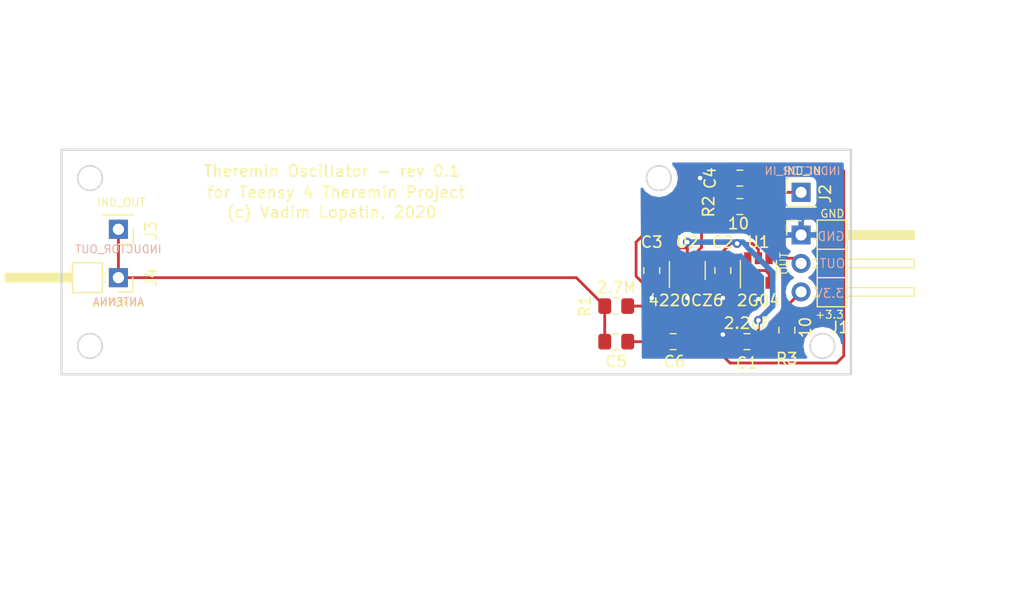
<source format=kicad_pcb>
(kicad_pcb (version 20171130) (host pcbnew "(5.0.2)-1")

  (general
    (thickness 1.6)
    (drawings 27)
    (tracks 109)
    (zones 0)
    (modules 15)
    (nets 12)
  )

  (page A4)
  (title_block
    (title "Theremin Oscillator")
    (date 2020-02-18)
    (rev v0.1)
    (comment 1 "Teensy 4 Theremin Project")
    (comment 2 "(c) Vadim Lopatin 2020")
  )

  (layers
    (0 F.Cu signal)
    (31 B.Cu signal)
    (32 B.Adhes user)
    (33 F.Adhes user)
    (34 B.Paste user)
    (35 F.Paste user)
    (36 B.SilkS user)
    (37 F.SilkS user)
    (38 B.Mask user)
    (39 F.Mask user)
    (40 Dwgs.User user)
    (41 Cmts.User user)
    (42 Eco1.User user)
    (43 Eco2.User user)
    (44 Edge.Cuts user)
    (45 Margin user)
    (46 B.CrtYd user)
    (47 F.CrtYd user)
    (48 B.Fab user hide)
    (49 F.Fab user hide)
  )

  (setup
    (last_trace_width 0.25)
    (trace_clearance 0.2)
    (zone_clearance 0.508)
    (zone_45_only no)
    (trace_min 0.2)
    (segment_width 0.2)
    (edge_width 0.15)
    (via_size 0.8)
    (via_drill 0.4)
    (via_min_size 0.4)
    (via_min_drill 0.3)
    (uvia_size 0.3)
    (uvia_drill 0.1)
    (uvias_allowed no)
    (uvia_min_size 0.2)
    (uvia_min_drill 0.1)
    (pcb_text_width 0.3)
    (pcb_text_size 1.5 1.5)
    (mod_edge_width 0.15)
    (mod_text_size 1 1)
    (mod_text_width 0.15)
    (pad_size 1.524 1.524)
    (pad_drill 0.762)
    (pad_to_mask_clearance 0.051)
    (solder_mask_min_width 0.25)
    (aux_axis_origin 0 0)
    (visible_elements 7FFFFFFF)
    (pcbplotparams
      (layerselection 0x010fc_ffffffff)
      (usegerberextensions true)
      (usegerberattributes false)
      (usegerberadvancedattributes false)
      (creategerberjobfile false)
      (excludeedgelayer true)
      (linewidth 0.100000)
      (plotframeref false)
      (viasonmask false)
      (mode 1)
      (useauxorigin false)
      (hpglpennumber 1)
      (hpglpenspeed 20)
      (hpglpendiameter 15.000000)
      (psnegative false)
      (psa4output false)
      (plotreference true)
      (plotvalue true)
      (plotinvisibletext false)
      (padsonsilk false)
      (subtractmaskfromsilk false)
      (outputformat 1)
      (mirror false)
      (drillshape 0)
      (scaleselection 1)
      (outputdirectory "gerber/"))
  )

  (net 0 "")
  (net 1 +3V3)
  (net 2 GND)
  (net 3 "Net-(U2-Pad3)")
  (net 4 "Net-(U2-Pad6)")
  (net 5 "Net-(C5-Pad2)")
  (net 6 "Net-(C4-Pad2)")
  (net 7 "Net-(R1-Pad1)")
  (net 8 "Net-(R2-Pad2)")
  (net 9 "Net-(C5-Pad1)")
  (net 10 /3.3V)
  (net 11 /OSC_OUT)

  (net_class Default "This is the default net class."
    (clearance 0.2)
    (trace_width 0.25)
    (via_dia 0.8)
    (via_drill 0.4)
    (uvia_dia 0.3)
    (uvia_drill 0.1)
    (add_net +3V3)
    (add_net /3.3V)
    (add_net /OSC_OUT)
    (add_net GND)
    (add_net "Net-(C4-Pad2)")
    (add_net "Net-(C5-Pad1)")
    (add_net "Net-(C5-Pad2)")
    (add_net "Net-(R1-Pad1)")
    (add_net "Net-(R2-Pad2)")
    (add_net "Net-(U2-Pad3)")
    (add_net "Net-(U2-Pad6)")
  )

  (module Connector_PinHeader_2.54mm:PinHeader_1x01_P2.54mm_Vertical (layer F.Cu) (tedit 59FED5CC) (tstamp 5E4D8783)
    (at 86.36 101.092 180)
    (descr "Through hole straight pin header, 1x01, 2.54mm pitch, single row")
    (tags "Through hole pin header THT 1x01 2.54mm single row")
    (path /5D9FD952)
    (fp_text reference J3 (at -2.921 -0.127 270) (layer F.SilkS)
      (effects (font (size 1 1) (thickness 0.15)))
    )
    (fp_text value INDUCTOR_OUT (at 0 2.33 180) (layer F.Fab)
      (effects (font (size 1 1) (thickness 0.15)))
    )
    (fp_text user %R (at 0 0 270) (layer F.Fab)
      (effects (font (size 1 1) (thickness 0.15)))
    )
    (fp_line (start 1.8 -1.8) (end -1.8 -1.8) (layer F.CrtYd) (width 0.05))
    (fp_line (start 1.8 1.8) (end 1.8 -1.8) (layer F.CrtYd) (width 0.05))
    (fp_line (start -1.8 1.8) (end 1.8 1.8) (layer F.CrtYd) (width 0.05))
    (fp_line (start -1.8 -1.8) (end -1.8 1.8) (layer F.CrtYd) (width 0.05))
    (fp_line (start -1.33 -1.33) (end 0 -1.33) (layer F.SilkS) (width 0.12))
    (fp_line (start -1.33 0) (end -1.33 -1.33) (layer F.SilkS) (width 0.12))
    (fp_line (start -1.33 1.27) (end 1.33 1.27) (layer F.SilkS) (width 0.12))
    (fp_line (start 1.33 1.27) (end 1.33 1.33) (layer F.SilkS) (width 0.12))
    (fp_line (start -1.33 1.27) (end -1.33 1.33) (layer F.SilkS) (width 0.12))
    (fp_line (start -1.33 1.33) (end 1.33 1.33) (layer F.SilkS) (width 0.12))
    (fp_line (start -1.27 -0.635) (end -0.635 -1.27) (layer F.Fab) (width 0.1))
    (fp_line (start -1.27 1.27) (end -1.27 -0.635) (layer F.Fab) (width 0.1))
    (fp_line (start 1.27 1.27) (end -1.27 1.27) (layer F.Fab) (width 0.1))
    (fp_line (start 1.27 -1.27) (end 1.27 1.27) (layer F.Fab) (width 0.1))
    (fp_line (start -0.635 -1.27) (end 1.27 -1.27) (layer F.Fab) (width 0.1))
    (pad 1 thru_hole rect (at 0 0 180) (size 1.7 1.7) (drill 1) (layers *.Cu *.Mask)
      (net 5 "Net-(C5-Pad2)"))
    (model ${KISYS3DMOD}/Connector_PinHeader_2.54mm.3dshapes/PinHeader_1x01_P2.54mm_Vertical.wrl
      (at (xyz 0 0 0))
      (scale (xyz 1 1 1))
      (rotate (xyz 0 0 0))
    )
  )

  (module Connector_PinHeader_2.54mm:PinHeader_1x01_P2.54mm_Vertical (layer F.Cu) (tedit 59FED5CC) (tstamp 5E4D876F)
    (at 147.32 97.79)
    (descr "Through hole straight pin header, 1x01, 2.54mm pitch, single row")
    (tags "Through hole pin header THT 1x01 2.54mm single row")
    (path /5D9FD8BA)
    (fp_text reference J2 (at 2.159 0.127 90) (layer F.SilkS)
      (effects (font (size 1 1) (thickness 0.15)))
    )
    (fp_text value INDUCTOR_IN (at 0 2.33) (layer F.Fab)
      (effects (font (size 1 1) (thickness 0.15)))
    )
    (fp_line (start -0.635 -1.27) (end 1.27 -1.27) (layer F.Fab) (width 0.1))
    (fp_line (start 1.27 -1.27) (end 1.27 1.27) (layer F.Fab) (width 0.1))
    (fp_line (start 1.27 1.27) (end -1.27 1.27) (layer F.Fab) (width 0.1))
    (fp_line (start -1.27 1.27) (end -1.27 -0.635) (layer F.Fab) (width 0.1))
    (fp_line (start -1.27 -0.635) (end -0.635 -1.27) (layer F.Fab) (width 0.1))
    (fp_line (start -1.33 1.33) (end 1.33 1.33) (layer F.SilkS) (width 0.12))
    (fp_line (start -1.33 1.27) (end -1.33 1.33) (layer F.SilkS) (width 0.12))
    (fp_line (start 1.33 1.27) (end 1.33 1.33) (layer F.SilkS) (width 0.12))
    (fp_line (start -1.33 1.27) (end 1.33 1.27) (layer F.SilkS) (width 0.12))
    (fp_line (start -1.33 0) (end -1.33 -1.33) (layer F.SilkS) (width 0.12))
    (fp_line (start -1.33 -1.33) (end 0 -1.33) (layer F.SilkS) (width 0.12))
    (fp_line (start -1.8 -1.8) (end -1.8 1.8) (layer F.CrtYd) (width 0.05))
    (fp_line (start -1.8 1.8) (end 1.8 1.8) (layer F.CrtYd) (width 0.05))
    (fp_line (start 1.8 1.8) (end 1.8 -1.8) (layer F.CrtYd) (width 0.05))
    (fp_line (start 1.8 -1.8) (end -1.8 -1.8) (layer F.CrtYd) (width 0.05))
    (fp_text user %R (at 0 0 90) (layer F.Fab)
      (effects (font (size 1 1) (thickness 0.15)))
    )
    (pad 1 thru_hole rect (at 0 0) (size 1.7 1.7) (drill 1) (layers *.Cu *.Mask)
      (net 6 "Net-(C4-Pad2)"))
    (model ${KISYS3DMOD}/Connector_PinHeader_2.54mm.3dshapes/PinHeader_1x01_P2.54mm_Vertical.wrl
      (at (xyz 0 0 0))
      (scale (xyz 1 1 1))
      (rotate (xyz 0 0 0))
    )
  )

  (module Capacitor_SMD:C_0805_2012Metric_Pad1.15x1.40mm_HandSolder (layer F.Cu) (tedit 5E4BB6AB) (tstamp 5E4D7339)
    (at 135.89 111.125 180)
    (descr "Capacitor SMD 0805 (2012 Metric), square (rectangular) end terminal, IPC_7351 nominal with elongated pad for handsoldering. (Body size source: https://docs.google.com/spreadsheets/d/1BsfQQcO9C6DZCsRaXUlFlo91Tg2WpOkGARC1WS5S8t0/edit?usp=sharing), generated with kicad-footprint-generator")
    (tags "capacitor handsolder")
    (path /5E4E4E40)
    (attr smd)
    (fp_text reference C6 (at -0.127 -1.778 180) (layer F.SilkS)
      (effects (font (size 1 1) (thickness 0.15)))
    )
    (fp_text value 3.3pF (at 0 1.65 180) (layer F.Fab)
      (effects (font (size 1 1) (thickness 0.15)))
    )
    (fp_text user %R (at 0 0 180) (layer F.Fab)
      (effects (font (size 0.5 0.5) (thickness 0.08)))
    )
    (fp_line (start 1.85 0.95) (end -1.85 0.95) (layer F.CrtYd) (width 0.05))
    (fp_line (start 1.85 -0.95) (end 1.85 0.95) (layer F.CrtYd) (width 0.05))
    (fp_line (start -1.85 -0.95) (end 1.85 -0.95) (layer F.CrtYd) (width 0.05))
    (fp_line (start -1.85 0.95) (end -1.85 -0.95) (layer F.CrtYd) (width 0.05))
    (fp_line (start -0.261252 0.71) (end 0.261252 0.71) (layer F.SilkS) (width 0.12))
    (fp_line (start -0.261252 -0.71) (end 0.261252 -0.71) (layer F.SilkS) (width 0.12))
    (fp_line (start 1 0.6) (end -1 0.6) (layer F.Fab) (width 0.1))
    (fp_line (start 1 -0.6) (end 1 0.6) (layer F.Fab) (width 0.1))
    (fp_line (start -1 -0.6) (end 1 -0.6) (layer F.Fab) (width 0.1))
    (fp_line (start -1 0.6) (end -1 -0.6) (layer F.Fab) (width 0.1))
    (pad 2 smd roundrect (at 1.025 0 180) (size 1.15 1.4) (layers F.Cu F.Paste F.Mask) (roundrect_rratio 0.217391)
      (net 9 "Net-(C5-Pad1)"))
    (pad 1 smd roundrect (at -1.025 0 180) (size 1.15 1.4) (layers F.Cu F.Paste F.Mask) (roundrect_rratio 0.217391)
      (net 2 GND))
    (model ${KISYS3DMOD}/Capacitor_SMD.3dshapes/C_0805_2012Metric.wrl
      (at (xyz 0 0 0))
      (scale (xyz 1 1 1))
      (rotate (xyz 0 0 0))
    )
  )

  (module Capacitor_SMD:C_0805_2012Metric_Pad1.15x1.40mm_HandSolder (layer F.Cu) (tedit 5E4BB6A4) (tstamp 5E4D7328)
    (at 130.81 111.125 180)
    (descr "Capacitor SMD 0805 (2012 Metric), square (rectangular) end terminal, IPC_7351 nominal with elongated pad for handsoldering. (Body size source: https://docs.google.com/spreadsheets/d/1BsfQQcO9C6DZCsRaXUlFlo91Tg2WpOkGARC1WS5S8t0/edit?usp=sharing), generated with kicad-footprint-generator")
    (tags "capacitor handsolder")
    (path /5E4E4D9C)
    (attr smd)
    (fp_text reference C5 (at 0 -1.778 180) (layer F.SilkS)
      (effects (font (size 1 1) (thickness 0.15)))
    )
    (fp_text value 3.3pF (at -0.254 1.524 180) (layer F.Fab)
      (effects (font (size 1 1) (thickness 0.15)))
    )
    (fp_line (start -1 0.6) (end -1 -0.6) (layer F.Fab) (width 0.1))
    (fp_line (start -1 -0.6) (end 1 -0.6) (layer F.Fab) (width 0.1))
    (fp_line (start 1 -0.6) (end 1 0.6) (layer F.Fab) (width 0.1))
    (fp_line (start 1 0.6) (end -1 0.6) (layer F.Fab) (width 0.1))
    (fp_line (start -0.261252 -0.71) (end 0.261252 -0.71) (layer F.SilkS) (width 0.12))
    (fp_line (start -0.261252 0.71) (end 0.261252 0.71) (layer F.SilkS) (width 0.12))
    (fp_line (start -1.85 0.95) (end -1.85 -0.95) (layer F.CrtYd) (width 0.05))
    (fp_line (start -1.85 -0.95) (end 1.85 -0.95) (layer F.CrtYd) (width 0.05))
    (fp_line (start 1.85 -0.95) (end 1.85 0.95) (layer F.CrtYd) (width 0.05))
    (fp_line (start 1.85 0.95) (end -1.85 0.95) (layer F.CrtYd) (width 0.05))
    (fp_text user %R (at 0 0 180) (layer F.Fab)
      (effects (font (size 0.5 0.5) (thickness 0.08)))
    )
    (pad 1 smd roundrect (at -1.025 0 180) (size 1.15 1.4) (layers F.Cu F.Paste F.Mask) (roundrect_rratio 0.217391)
      (net 9 "Net-(C5-Pad1)"))
    (pad 2 smd roundrect (at 1.025 0 180) (size 1.15 1.4) (layers F.Cu F.Paste F.Mask) (roundrect_rratio 0.217391)
      (net 5 "Net-(C5-Pad2)"))
    (model ${KISYS3DMOD}/Capacitor_SMD.3dshapes/C_0805_2012Metric.wrl
      (at (xyz 0 0 0))
      (scale (xyz 1 1 1))
      (rotate (xyz 0 0 0))
    )
  )

  (module Capacitor_SMD:C_0805_2012Metric_Pad1.15x1.40mm_HandSolder (layer F.Cu) (tedit 5E4BBD66) (tstamp 5E4D7317)
    (at 141.85 96.52)
    (descr "Capacitor SMD 0805 (2012 Metric), square (rectangular) end terminal, IPC_7351 nominal with elongated pad for handsoldering. (Body size source: https://docs.google.com/spreadsheets/d/1BsfQQcO9C6DZCsRaXUlFlo91Tg2WpOkGARC1WS5S8t0/edit?usp=sharing), generated with kicad-footprint-generator")
    (tags "capacitor handsolder")
    (path /5E4E7803)
    (attr smd)
    (fp_text reference C4 (at -2.658 0 90) (layer F.SilkS)
      (effects (font (size 1 1) (thickness 0.15)))
    )
    (fp_text value 3.3pF (at 0.136 -1.651) (layer F.Fab)
      (effects (font (size 1 1) (thickness 0.15)))
    )
    (fp_text user %R (at 0 0) (layer F.Fab)
      (effects (font (size 0.5 0.5) (thickness 0.08)))
    )
    (fp_line (start 1.85 0.95) (end -1.85 0.95) (layer F.CrtYd) (width 0.05))
    (fp_line (start 1.85 -0.95) (end 1.85 0.95) (layer F.CrtYd) (width 0.05))
    (fp_line (start -1.85 -0.95) (end 1.85 -0.95) (layer F.CrtYd) (width 0.05))
    (fp_line (start -1.85 0.95) (end -1.85 -0.95) (layer F.CrtYd) (width 0.05))
    (fp_line (start -0.261252 0.71) (end 0.261252 0.71) (layer F.SilkS) (width 0.12))
    (fp_line (start -0.261252 -0.71) (end 0.261252 -0.71) (layer F.SilkS) (width 0.12))
    (fp_line (start 1 0.6) (end -1 0.6) (layer F.Fab) (width 0.1))
    (fp_line (start 1 -0.6) (end 1 0.6) (layer F.Fab) (width 0.1))
    (fp_line (start -1 -0.6) (end 1 -0.6) (layer F.Fab) (width 0.1))
    (fp_line (start -1 0.6) (end -1 -0.6) (layer F.Fab) (width 0.1))
    (pad 2 smd roundrect (at 1.025 0) (size 1.15 1.4) (layers F.Cu F.Paste F.Mask) (roundrect_rratio 0.217391)
      (net 6 "Net-(C4-Pad2)"))
    (pad 1 smd roundrect (at -1.025 0) (size 1.15 1.4) (layers F.Cu F.Paste F.Mask) (roundrect_rratio 0.217391)
      (net 2 GND))
    (model ${KISYS3DMOD}/Capacitor_SMD.3dshapes/C_0805_2012Metric.wrl
      (at (xyz 0 0 0))
      (scale (xyz 1 1 1))
      (rotate (xyz 0 0 0))
    )
  )

  (module Capacitor_SMD:C_0805_2012Metric_Pad1.15x1.40mm_HandSolder (layer F.Cu) (tedit 5E4BBD80) (tstamp 5E4D7306)
    (at 133.985 104.775 270)
    (descr "Capacitor SMD 0805 (2012 Metric), square (rectangular) end terminal, IPC_7351 nominal with elongated pad for handsoldering. (Body size source: https://docs.google.com/spreadsheets/d/1BsfQQcO9C6DZCsRaXUlFlo91Tg2WpOkGARC1WS5S8t0/edit?usp=sharing), generated with kicad-footprint-generator")
    (tags "capacitor handsolder")
    (path /5DF1ED56)
    (attr smd)
    (fp_text reference C3 (at -2.54 0) (layer F.SilkS)
      (effects (font (size 1 1) (thickness 0.15)))
    )
    (fp_text value 0.22uF (at -4.064 0.127) (layer F.Fab)
      (effects (font (size 1 1) (thickness 0.15)))
    )
    (fp_line (start -1 0.6) (end -1 -0.6) (layer F.Fab) (width 0.1))
    (fp_line (start -1 -0.6) (end 1 -0.6) (layer F.Fab) (width 0.1))
    (fp_line (start 1 -0.6) (end 1 0.6) (layer F.Fab) (width 0.1))
    (fp_line (start 1 0.6) (end -1 0.6) (layer F.Fab) (width 0.1))
    (fp_line (start -0.261252 -0.71) (end 0.261252 -0.71) (layer F.SilkS) (width 0.12))
    (fp_line (start -0.261252 0.71) (end 0.261252 0.71) (layer F.SilkS) (width 0.12))
    (fp_line (start -1.85 0.95) (end -1.85 -0.95) (layer F.CrtYd) (width 0.05))
    (fp_line (start -1.85 -0.95) (end 1.85 -0.95) (layer F.CrtYd) (width 0.05))
    (fp_line (start 1.85 -0.95) (end 1.85 0.95) (layer F.CrtYd) (width 0.05))
    (fp_line (start 1.85 0.95) (end -1.85 0.95) (layer F.CrtYd) (width 0.05))
    (fp_text user %R (at 0 0 270) (layer F.Fab)
      (effects (font (size 0.5 0.5) (thickness 0.08)))
    )
    (pad 1 smd roundrect (at -1.025 0 270) (size 1.15 1.4) (layers F.Cu F.Paste F.Mask) (roundrect_rratio 0.217391)
      (net 1 +3V3))
    (pad 2 smd roundrect (at 1.025 0 270) (size 1.15 1.4) (layers F.Cu F.Paste F.Mask) (roundrect_rratio 0.217391)
      (net 2 GND))
    (model ${KISYS3DMOD}/Capacitor_SMD.3dshapes/C_0805_2012Metric.wrl
      (at (xyz 0 0 0))
      (scale (xyz 1 1 1))
      (rotate (xyz 0 0 0))
    )
  )

  (module Capacitor_SMD:C_0805_2012Metric_Pad1.15x1.40mm_HandSolder (layer F.Cu) (tedit 5B36C52B) (tstamp 5E4D72F5)
    (at 140.335 104.775 270)
    (descr "Capacitor SMD 0805 (2012 Metric), square (rectangular) end terminal, IPC_7351 nominal with elongated pad for handsoldering. (Body size source: https://docs.google.com/spreadsheets/d/1BsfQQcO9C6DZCsRaXUlFlo91Tg2WpOkGARC1WS5S8t0/edit?usp=sharing), generated with kicad-footprint-generator")
    (tags "capacitor handsolder")
    (path /5E525E56)
    (attr smd)
    (fp_text reference C2 (at -2.54 0) (layer F.SilkS)
      (effects (font (size 1 1) (thickness 0.15)))
    )
    (fp_text value 0.1uF (at 0 1.65 270) (layer F.Fab)
      (effects (font (size 1 1) (thickness 0.15)))
    )
    (fp_text user %R (at 0 0 270) (layer F.Fab)
      (effects (font (size 0.5 0.5) (thickness 0.08)))
    )
    (fp_line (start 1.85 0.95) (end -1.85 0.95) (layer F.CrtYd) (width 0.05))
    (fp_line (start 1.85 -0.95) (end 1.85 0.95) (layer F.CrtYd) (width 0.05))
    (fp_line (start -1.85 -0.95) (end 1.85 -0.95) (layer F.CrtYd) (width 0.05))
    (fp_line (start -1.85 0.95) (end -1.85 -0.95) (layer F.CrtYd) (width 0.05))
    (fp_line (start -0.261252 0.71) (end 0.261252 0.71) (layer F.SilkS) (width 0.12))
    (fp_line (start -0.261252 -0.71) (end 0.261252 -0.71) (layer F.SilkS) (width 0.12))
    (fp_line (start 1 0.6) (end -1 0.6) (layer F.Fab) (width 0.1))
    (fp_line (start 1 -0.6) (end 1 0.6) (layer F.Fab) (width 0.1))
    (fp_line (start -1 -0.6) (end 1 -0.6) (layer F.Fab) (width 0.1))
    (fp_line (start -1 0.6) (end -1 -0.6) (layer F.Fab) (width 0.1))
    (pad 2 smd roundrect (at 1.025 0 270) (size 1.15 1.4) (layers F.Cu F.Paste F.Mask) (roundrect_rratio 0.217391)
      (net 2 GND))
    (pad 1 smd roundrect (at -1.025 0 270) (size 1.15 1.4) (layers F.Cu F.Paste F.Mask) (roundrect_rratio 0.217391)
      (net 1 +3V3))
    (model ${KISYS3DMOD}/Capacitor_SMD.3dshapes/C_0805_2012Metric.wrl
      (at (xyz 0 0 0))
      (scale (xyz 1 1 1))
      (rotate (xyz 0 0 0))
    )
  )

  (module Capacitor_SMD:C_0805_2012Metric_Pad1.15x1.40mm_HandSolder (layer F.Cu) (tedit 5E4BB5FC) (tstamp 5E4D72E4)
    (at 142.485 111.125 180)
    (descr "Capacitor SMD 0805 (2012 Metric), square (rectangular) end terminal, IPC_7351 nominal with elongated pad for handsoldering. (Body size source: https://docs.google.com/spreadsheets/d/1BsfQQcO9C6DZCsRaXUlFlo91Tg2WpOkGARC1WS5S8t0/edit?usp=sharing), generated with kicad-footprint-generator")
    (tags "capacitor handsolder")
    (path /5E52446B)
    (attr smd)
    (fp_text reference C1 (at 0 -1.905 180) (layer F.SilkS)
      (effects (font (size 1 1) (thickness 0.15)))
    )
    (fp_text value 2.2uF (at 0 1.65 180) (layer F.SilkS)
      (effects (font (size 1 1) (thickness 0.15)))
    )
    (fp_line (start -1 0.6) (end -1 -0.6) (layer F.Fab) (width 0.1))
    (fp_line (start -1 -0.6) (end 1 -0.6) (layer F.Fab) (width 0.1))
    (fp_line (start 1 -0.6) (end 1 0.6) (layer F.Fab) (width 0.1))
    (fp_line (start 1 0.6) (end -1 0.6) (layer F.Fab) (width 0.1))
    (fp_line (start -0.261252 -0.71) (end 0.261252 -0.71) (layer F.SilkS) (width 0.12))
    (fp_line (start -0.261252 0.71) (end 0.261252 0.71) (layer F.SilkS) (width 0.12))
    (fp_line (start -1.85 0.95) (end -1.85 -0.95) (layer F.CrtYd) (width 0.05))
    (fp_line (start -1.85 -0.95) (end 1.85 -0.95) (layer F.CrtYd) (width 0.05))
    (fp_line (start 1.85 -0.95) (end 1.85 0.95) (layer F.CrtYd) (width 0.05))
    (fp_line (start 1.85 0.95) (end -1.85 0.95) (layer F.CrtYd) (width 0.05))
    (fp_text user %R (at 0 0 180) (layer F.Fab)
      (effects (font (size 0.5 0.5) (thickness 0.08)))
    )
    (pad 1 smd roundrect (at -1.025 0 180) (size 1.15 1.4) (layers F.Cu F.Paste F.Mask) (roundrect_rratio 0.217391)
      (net 1 +3V3))
    (pad 2 smd roundrect (at 1.025 0 180) (size 1.15 1.4) (layers F.Cu F.Paste F.Mask) (roundrect_rratio 0.217391)
      (net 2 GND))
    (model ${KISYS3DMOD}/Capacitor_SMD.3dshapes/C_0805_2012Metric.wrl
      (at (xyz 0 0 0))
      (scale (xyz 1 1 1))
      (rotate (xyz 0 0 0))
    )
  )

  (module Connector_PinHeader_2.54mm:PinHeader_1x01_P2.54mm_Horizontal (layer F.Cu) (tedit 59FED5CB) (tstamp 5E4D72AF)
    (at 86.36 105.41 180)
    (descr "Through hole angled pin header, 1x01, 2.54mm pitch, 6mm pin length, single row")
    (tags "Through hole angled pin header THT 1x01 2.54mm single row")
    (path /5D9FD990)
    (fp_text reference J4 (at -2.921 0 270) (layer F.SilkS)
      (effects (font (size 1 1) (thickness 0.15)))
    )
    (fp_text value ANTENNA (at 4.385 2.27 180) (layer F.Fab)
      (effects (font (size 1 1) (thickness 0.15)))
    )
    (fp_line (start 2.135 -1.27) (end 4.04 -1.27) (layer F.Fab) (width 0.1))
    (fp_line (start 4.04 -1.27) (end 4.04 1.27) (layer F.Fab) (width 0.1))
    (fp_line (start 4.04 1.27) (end 1.5 1.27) (layer F.Fab) (width 0.1))
    (fp_line (start 1.5 1.27) (end 1.5 -0.635) (layer F.Fab) (width 0.1))
    (fp_line (start 1.5 -0.635) (end 2.135 -1.27) (layer F.Fab) (width 0.1))
    (fp_line (start -0.32 -0.32) (end 1.5 -0.32) (layer F.Fab) (width 0.1))
    (fp_line (start -0.32 -0.32) (end -0.32 0.32) (layer F.Fab) (width 0.1))
    (fp_line (start -0.32 0.32) (end 1.5 0.32) (layer F.Fab) (width 0.1))
    (fp_line (start 4.04 -0.32) (end 10.04 -0.32) (layer F.Fab) (width 0.1))
    (fp_line (start 10.04 -0.32) (end 10.04 0.32) (layer F.Fab) (width 0.1))
    (fp_line (start 4.04 0.32) (end 10.04 0.32) (layer F.Fab) (width 0.1))
    (fp_line (start 1.44 -1.33) (end 1.44 1.33) (layer F.SilkS) (width 0.12))
    (fp_line (start 1.44 1.33) (end 4.1 1.33) (layer F.SilkS) (width 0.12))
    (fp_line (start 4.1 1.33) (end 4.1 -1.33) (layer F.SilkS) (width 0.12))
    (fp_line (start 4.1 -1.33) (end 1.44 -1.33) (layer F.SilkS) (width 0.12))
    (fp_line (start 4.1 -0.38) (end 10.1 -0.38) (layer F.SilkS) (width 0.12))
    (fp_line (start 10.1 -0.38) (end 10.1 0.38) (layer F.SilkS) (width 0.12))
    (fp_line (start 10.1 0.38) (end 4.1 0.38) (layer F.SilkS) (width 0.12))
    (fp_line (start 4.1 -0.32) (end 10.1 -0.32) (layer F.SilkS) (width 0.12))
    (fp_line (start 4.1 -0.2) (end 10.1 -0.2) (layer F.SilkS) (width 0.12))
    (fp_line (start 4.1 -0.08) (end 10.1 -0.08) (layer F.SilkS) (width 0.12))
    (fp_line (start 4.1 0.04) (end 10.1 0.04) (layer F.SilkS) (width 0.12))
    (fp_line (start 4.1 0.16) (end 10.1 0.16) (layer F.SilkS) (width 0.12))
    (fp_line (start 4.1 0.28) (end 10.1 0.28) (layer F.SilkS) (width 0.12))
    (fp_line (start 1.11 -0.38) (end 1.44 -0.38) (layer F.SilkS) (width 0.12))
    (fp_line (start 1.11 0.38) (end 1.44 0.38) (layer F.SilkS) (width 0.12))
    (fp_line (start -1.27 0) (end -1.27 -1.27) (layer F.SilkS) (width 0.12))
    (fp_line (start -1.27 -1.27) (end 0 -1.27) (layer F.SilkS) (width 0.12))
    (fp_line (start -1.8 -1.8) (end -1.8 1.8) (layer F.CrtYd) (width 0.05))
    (fp_line (start -1.8 1.8) (end 10.55 1.8) (layer F.CrtYd) (width 0.05))
    (fp_line (start 10.55 1.8) (end 10.55 -1.8) (layer F.CrtYd) (width 0.05))
    (fp_line (start 10.55 -1.8) (end -1.8 -1.8) (layer F.CrtYd) (width 0.05))
    (fp_text user %R (at 2.77 0 270) (layer F.Fab)
      (effects (font (size 1 1) (thickness 0.15)))
    )
    (pad 1 thru_hole rect (at 0 0 180) (size 1.7 1.7) (drill 1) (layers *.Cu *.Mask)
      (net 5 "Net-(C5-Pad2)"))
    (model ${KISYS3DMOD}/Connector_PinHeader_2.54mm.3dshapes/PinHeader_1x01_P2.54mm_Horizontal.wrl
      (at (xyz 0 0 0))
      (scale (xyz 1 1 1))
      (rotate (xyz 0 0 0))
    )
  )

  (module Connector_PinHeader_2.54mm:PinHeader_1x03_P2.54mm_Horizontal (layer F.Cu) (tedit 59FED5CB) (tstamp 5E4D7263)
    (at 147.32 101.6)
    (descr "Through hole angled pin header, 1x03, 2.54mm pitch, 6mm pin length, single row")
    (tags "Through hole angled pin header THT 1x03 2.54mm single row")
    (path /5E5208E1)
    (fp_text reference J1 (at 3.429 8.255) (layer F.SilkS)
      (effects (font (size 1 1) (thickness 0.15)))
    )
    (fp_text value OSC (at 2.794 1.27 90) (layer F.Fab)
      (effects (font (size 1 1) (thickness 0.15)))
    )
    (fp_line (start 2.135 -1.27) (end 4.04 -1.27) (layer F.Fab) (width 0.1))
    (fp_line (start 4.04 -1.27) (end 4.04 6.35) (layer F.Fab) (width 0.1))
    (fp_line (start 4.04 6.35) (end 1.5 6.35) (layer F.Fab) (width 0.1))
    (fp_line (start 1.5 6.35) (end 1.5 -0.635) (layer F.Fab) (width 0.1))
    (fp_line (start 1.5 -0.635) (end 2.135 -1.27) (layer F.Fab) (width 0.1))
    (fp_line (start -0.32 -0.32) (end 1.5 -0.32) (layer F.Fab) (width 0.1))
    (fp_line (start -0.32 -0.32) (end -0.32 0.32) (layer F.Fab) (width 0.1))
    (fp_line (start -0.32 0.32) (end 1.5 0.32) (layer F.Fab) (width 0.1))
    (fp_line (start 4.04 -0.32) (end 10.04 -0.32) (layer F.Fab) (width 0.1))
    (fp_line (start 10.04 -0.32) (end 10.04 0.32) (layer F.Fab) (width 0.1))
    (fp_line (start 4.04 0.32) (end 10.04 0.32) (layer F.Fab) (width 0.1))
    (fp_line (start -0.32 2.22) (end 1.5 2.22) (layer F.Fab) (width 0.1))
    (fp_line (start -0.32 2.22) (end -0.32 2.86) (layer F.Fab) (width 0.1))
    (fp_line (start -0.32 2.86) (end 1.5 2.86) (layer F.Fab) (width 0.1))
    (fp_line (start 4.04 2.22) (end 10.04 2.22) (layer F.Fab) (width 0.1))
    (fp_line (start 10.04 2.22) (end 10.04 2.86) (layer F.Fab) (width 0.1))
    (fp_line (start 4.04 2.86) (end 10.04 2.86) (layer F.Fab) (width 0.1))
    (fp_line (start -0.32 4.76) (end 1.5 4.76) (layer F.Fab) (width 0.1))
    (fp_line (start -0.32 4.76) (end -0.32 5.4) (layer F.Fab) (width 0.1))
    (fp_line (start -0.32 5.4) (end 1.5 5.4) (layer F.Fab) (width 0.1))
    (fp_line (start 4.04 4.76) (end 10.04 4.76) (layer F.Fab) (width 0.1))
    (fp_line (start 10.04 4.76) (end 10.04 5.4) (layer F.Fab) (width 0.1))
    (fp_line (start 4.04 5.4) (end 10.04 5.4) (layer F.Fab) (width 0.1))
    (fp_line (start 1.44 -1.33) (end 1.44 6.41) (layer F.SilkS) (width 0.12))
    (fp_line (start 1.44 6.41) (end 4.1 6.41) (layer F.SilkS) (width 0.12))
    (fp_line (start 4.1 6.41) (end 4.1 -1.33) (layer F.SilkS) (width 0.12))
    (fp_line (start 4.1 -1.33) (end 1.44 -1.33) (layer F.SilkS) (width 0.12))
    (fp_line (start 4.1 -0.38) (end 10.1 -0.38) (layer F.SilkS) (width 0.12))
    (fp_line (start 10.1 -0.38) (end 10.1 0.38) (layer F.SilkS) (width 0.12))
    (fp_line (start 10.1 0.38) (end 4.1 0.38) (layer F.SilkS) (width 0.12))
    (fp_line (start 4.1 -0.32) (end 10.1 -0.32) (layer F.SilkS) (width 0.12))
    (fp_line (start 4.1 -0.2) (end 10.1 -0.2) (layer F.SilkS) (width 0.12))
    (fp_line (start 4.1 -0.08) (end 10.1 -0.08) (layer F.SilkS) (width 0.12))
    (fp_line (start 4.1 0.04) (end 10.1 0.04) (layer F.SilkS) (width 0.12))
    (fp_line (start 4.1 0.16) (end 10.1 0.16) (layer F.SilkS) (width 0.12))
    (fp_line (start 4.1 0.28) (end 10.1 0.28) (layer F.SilkS) (width 0.12))
    (fp_line (start 1.11 -0.38) (end 1.44 -0.38) (layer F.SilkS) (width 0.12))
    (fp_line (start 1.11 0.38) (end 1.44 0.38) (layer F.SilkS) (width 0.12))
    (fp_line (start 1.44 1.27) (end 4.1 1.27) (layer F.SilkS) (width 0.12))
    (fp_line (start 4.1 2.16) (end 10.1 2.16) (layer F.SilkS) (width 0.12))
    (fp_line (start 10.1 2.16) (end 10.1 2.92) (layer F.SilkS) (width 0.12))
    (fp_line (start 10.1 2.92) (end 4.1 2.92) (layer F.SilkS) (width 0.12))
    (fp_line (start 1.042929 2.16) (end 1.44 2.16) (layer F.SilkS) (width 0.12))
    (fp_line (start 1.042929 2.92) (end 1.44 2.92) (layer F.SilkS) (width 0.12))
    (fp_line (start 1.44 3.81) (end 4.1 3.81) (layer F.SilkS) (width 0.12))
    (fp_line (start 4.1 4.7) (end 10.1 4.7) (layer F.SilkS) (width 0.12))
    (fp_line (start 10.1 4.7) (end 10.1 5.46) (layer F.SilkS) (width 0.12))
    (fp_line (start 10.1 5.46) (end 4.1 5.46) (layer F.SilkS) (width 0.12))
    (fp_line (start 1.042929 4.7) (end 1.44 4.7) (layer F.SilkS) (width 0.12))
    (fp_line (start 1.042929 5.46) (end 1.44 5.46) (layer F.SilkS) (width 0.12))
    (fp_line (start -1.27 0) (end -1.27 -1.27) (layer F.SilkS) (width 0.12))
    (fp_line (start -1.27 -1.27) (end 0 -1.27) (layer F.SilkS) (width 0.12))
    (fp_line (start -1.8 -1.8) (end -1.8 6.85) (layer F.CrtYd) (width 0.05))
    (fp_line (start -1.8 6.85) (end 10.55 6.85) (layer F.CrtYd) (width 0.05))
    (fp_line (start 10.55 6.85) (end 10.55 -1.8) (layer F.CrtYd) (width 0.05))
    (fp_line (start 10.55 -1.8) (end -1.8 -1.8) (layer F.CrtYd) (width 0.05))
    (fp_text user %R (at 2.794 5.08 90) (layer F.Fab)
      (effects (font (size 1 1) (thickness 0.15)))
    )
    (pad 1 thru_hole rect (at 0 0) (size 1.7 1.7) (drill 1) (layers *.Cu *.Mask)
      (net 2 GND))
    (pad 2 thru_hole oval (at 0 2.54) (size 1.7 1.7) (drill 1) (layers *.Cu *.Mask)
      (net 11 /OSC_OUT))
    (pad 3 thru_hole oval (at 0 5.08) (size 1.7 1.7) (drill 1) (layers *.Cu *.Mask)
      (net 10 /3.3V))
    (model ${KISYS3DMOD}/Connector_PinHeader_2.54mm.3dshapes/PinHeader_1x03_P2.54mm_Horizontal.wrl
      (at (xyz 0 0 0))
      (scale (xyz 1 1 1))
      (rotate (xyz 0 0 0))
    )
  )

  (module Package_SO:TSOP-6_1.65x3.05mm_P0.95mm (layer F.Cu) (tedit 5E4BB60A) (tstamp 5E4D7223)
    (at 137.16 104.775 90)
    (descr "TSOP-6 package (comparable to TSOT-23), https://www.vishay.com/docs/71200/71200.pdf")
    (tags "Jedec MO-193C TSOP-6L")
    (path /5DF1ED71)
    (attr smd)
    (fp_text reference U2 (at 2.54 0 180) (layer F.SilkS)
      (effects (font (size 1 1) (thickness 0.15)))
    )
    (fp_text value 4220CZ6 (at -2.667 -0.127 180) (layer F.SilkS)
      (effects (font (size 1 1) (thickness 0.15)))
    )
    (fp_text user %R (at 0 0 180) (layer F.Fab)
      (effects (font (size 0.5 0.5) (thickness 0.075)))
    )
    (fp_line (start -0.8 1.6) (end 0.8 1.6) (layer F.SilkS) (width 0.12))
    (fp_line (start 0.8 -1.6) (end -1.5 -1.6) (layer F.SilkS) (width 0.12))
    (fp_line (start -0.825 -1.1) (end -0.425 -1.525) (layer F.Fab) (width 0.1))
    (fp_line (start 0.825 -1.525) (end -0.425 -1.525) (layer F.Fab) (width 0.1))
    (fp_line (start -0.825 -1.1) (end -0.825 1.525) (layer F.Fab) (width 0.1))
    (fp_line (start 0.825 1.525) (end -0.825 1.525) (layer F.Fab) (width 0.1))
    (fp_line (start 0.825 -1.525) (end 0.825 1.525) (layer F.Fab) (width 0.1))
    (fp_line (start -1.76 -1.78) (end 1.76 -1.78) (layer F.CrtYd) (width 0.05))
    (fp_line (start -1.76 -1.78) (end -1.76 1.77) (layer F.CrtYd) (width 0.05))
    (fp_line (start 1.76 1.77) (end 1.76 -1.78) (layer F.CrtYd) (width 0.05))
    (fp_line (start 1.76 1.77) (end -1.76 1.77) (layer F.CrtYd) (width 0.05))
    (pad 1 smd rect (at -1.16 -0.95 90) (size 0.7 0.51) (layers F.Cu F.Paste F.Mask)
      (net 7 "Net-(R1-Pad1)"))
    (pad 2 smd rect (at -1.16 0 90) (size 0.7 0.51) (layers F.Cu F.Paste F.Mask)
      (net 2 GND))
    (pad 3 smd rect (at -1.16 0.95 90) (size 0.7 0.51) (layers F.Cu F.Paste F.Mask)
      (net 3 "Net-(U2-Pad3)"))
    (pad 4 smd rect (at 1.16 0.95 90) (size 0.7 0.51) (layers F.Cu F.Paste F.Mask)
      (net 8 "Net-(R2-Pad2)"))
    (pad 5 smd rect (at 1.16 0 90) (size 0.7 0.51) (layers F.Cu F.Paste F.Mask)
      (net 1 +3V3))
    (pad 6 smd rect (at 1.16 -0.95 90) (size 0.7 0.51) (layers F.Cu F.Paste F.Mask)
      (net 4 "Net-(U2-Pad6)"))
    (model ${KISYS3DMOD}/Package_SO.3dshapes/TSOP-6_1.65x3.05mm_P0.95mm.wrl
      (at (xyz 0 0 0))
      (scale (xyz 1 1 1))
      (rotate (xyz 0 0 0))
    )
  )

  (module Package_TO_SOT_SMD:SOT-23-6 (layer F.Cu) (tedit 5E4BB65F) (tstamp 5E4D720D)
    (at 143.51 104.775 90)
    (descr "6-pin SOT-23 package")
    (tags SOT-23-6)
    (path /5DEE13DE)
    (attr smd)
    (fp_text reference U1 (at 2.54 0 180) (layer F.SilkS)
      (effects (font (size 1 1) (thickness 0.15)))
    )
    (fp_text value 2G04 (at -2.667 0 180) (layer F.SilkS)
      (effects (font (size 1 1) (thickness 0.15)))
    )
    (fp_text user %R (at 0 0 180) (layer F.Fab)
      (effects (font (size 0.5 0.5) (thickness 0.075)))
    )
    (fp_line (start -0.9 1.61) (end 0.9 1.61) (layer F.SilkS) (width 0.12))
    (fp_line (start 0.9 -1.61) (end -1.55 -1.61) (layer F.SilkS) (width 0.12))
    (fp_line (start 1.9 -1.8) (end -1.9 -1.8) (layer F.CrtYd) (width 0.05))
    (fp_line (start 1.9 1.8) (end 1.9 -1.8) (layer F.CrtYd) (width 0.05))
    (fp_line (start -1.9 1.8) (end 1.9 1.8) (layer F.CrtYd) (width 0.05))
    (fp_line (start -1.9 -1.8) (end -1.9 1.8) (layer F.CrtYd) (width 0.05))
    (fp_line (start -0.9 -0.9) (end -0.25 -1.55) (layer F.Fab) (width 0.1))
    (fp_line (start 0.9 -1.55) (end -0.25 -1.55) (layer F.Fab) (width 0.1))
    (fp_line (start -0.9 -0.9) (end -0.9 1.55) (layer F.Fab) (width 0.1))
    (fp_line (start 0.9 1.55) (end -0.9 1.55) (layer F.Fab) (width 0.1))
    (fp_line (start 0.9 -1.55) (end 0.9 1.55) (layer F.Fab) (width 0.1))
    (pad 1 smd rect (at -1.1 -0.95 90) (size 1.06 0.65) (layers F.Cu F.Paste F.Mask)
      (net 7 "Net-(R1-Pad1)"))
    (pad 2 smd rect (at -1.1 0 90) (size 1.06 0.65) (layers F.Cu F.Paste F.Mask)
      (net 2 GND))
    (pad 3 smd rect (at -1.1 0.95 90) (size 1.06 0.65) (layers F.Cu F.Paste F.Mask)
      (net 8 "Net-(R2-Pad2)"))
    (pad 4 smd rect (at 1.1 0.95 90) (size 1.06 0.65) (layers F.Cu F.Paste F.Mask)
      (net 11 /OSC_OUT))
    (pad 6 smd rect (at 1.1 -0.95 90) (size 1.06 0.65) (layers F.Cu F.Paste F.Mask)
      (net 8 "Net-(R2-Pad2)"))
    (pad 5 smd rect (at 1.1 0 90) (size 1.06 0.65) (layers F.Cu F.Paste F.Mask)
      (net 1 +3V3))
    (model ${KISYS3DMOD}/Package_TO_SOT_SMD.3dshapes/SOT-23-6.wrl
      (at (xyz 0 0 0))
      (scale (xyz 1 1 1))
      (rotate (xyz 0 0 0))
    )
  )

  (module Resistor_SMD:R_0805_2012Metric_Pad1.15x1.40mm_HandSolder (layer F.Cu) (tedit 5E4BB74C) (tstamp 5E4D71F7)
    (at 146.05 110.1 270)
    (descr "Resistor SMD 0805 (2012 Metric), square (rectangular) end terminal, IPC_7351 nominal with elongated pad for handsoldering. (Body size source: https://docs.google.com/spreadsheets/d/1BsfQQcO9C6DZCsRaXUlFlo91Tg2WpOkGARC1WS5S8t0/edit?usp=sharing), generated with kicad-footprint-generator")
    (tags "resistor handsolder")
    (path /5E523767)
    (attr smd)
    (fp_text reference R3 (at 2.54 0) (layer F.SilkS)
      (effects (font (size 1 1) (thickness 0.15)))
    )
    (fp_text value 10 (at -0.245 -1.651 270) (layer F.SilkS)
      (effects (font (size 1 1) (thickness 0.15)))
    )
    (fp_line (start -1 0.6) (end -1 -0.6) (layer F.Fab) (width 0.1))
    (fp_line (start -1 -0.6) (end 1 -0.6) (layer F.Fab) (width 0.1))
    (fp_line (start 1 -0.6) (end 1 0.6) (layer F.Fab) (width 0.1))
    (fp_line (start 1 0.6) (end -1 0.6) (layer F.Fab) (width 0.1))
    (fp_line (start -0.261252 -0.71) (end 0.261252 -0.71) (layer F.SilkS) (width 0.12))
    (fp_line (start -0.261252 0.71) (end 0.261252 0.71) (layer F.SilkS) (width 0.12))
    (fp_line (start -1.85 0.95) (end -1.85 -0.95) (layer F.CrtYd) (width 0.05))
    (fp_line (start -1.85 -0.95) (end 1.85 -0.95) (layer F.CrtYd) (width 0.05))
    (fp_line (start 1.85 -0.95) (end 1.85 0.95) (layer F.CrtYd) (width 0.05))
    (fp_line (start 1.85 0.95) (end -1.85 0.95) (layer F.CrtYd) (width 0.05))
    (fp_text user %R (at 0 0 270) (layer F.Fab)
      (effects (font (size 0.5 0.5) (thickness 0.08)))
    )
    (pad 1 smd roundrect (at -1.025 0 270) (size 1.15 1.4) (layers F.Cu F.Paste F.Mask) (roundrect_rratio 0.217391)
      (net 10 /3.3V))
    (pad 2 smd roundrect (at 1.025 0 270) (size 1.15 1.4) (layers F.Cu F.Paste F.Mask) (roundrect_rratio 0.217391)
      (net 1 +3V3))
    (model ${KISYS3DMOD}/Resistor_SMD.3dshapes/R_0805_2012Metric.wrl
      (at (xyz 0 0 0))
      (scale (xyz 1 1 1))
      (rotate (xyz 0 0 0))
    )
  )

  (module Resistor_SMD:R_0805_2012Metric_Pad1.15x1.40mm_HandSolder (layer F.Cu) (tedit 5E4BB5BA) (tstamp 5E4D71E6)
    (at 141.85 99.06 180)
    (descr "Resistor SMD 0805 (2012 Metric), square (rectangular) end terminal, IPC_7351 nominal with elongated pad for handsoldering. (Body size source: https://docs.google.com/spreadsheets/d/1BsfQQcO9C6DZCsRaXUlFlo91Tg2WpOkGARC1WS5S8t0/edit?usp=sharing), generated with kicad-footprint-generator")
    (tags "resistor handsolder")
    (path /5E4E75BC)
    (attr smd)
    (fp_text reference R2 (at 2.785 0 270) (layer F.SilkS)
      (effects (font (size 1 1) (thickness 0.15)))
    )
    (fp_text value 10 (at 0.118 -1.524 180) (layer F.SilkS)
      (effects (font (size 1 1) (thickness 0.15)))
    )
    (fp_text user %R (at 0 0 180) (layer F.Fab)
      (effects (font (size 0.5 0.5) (thickness 0.08)))
    )
    (fp_line (start 1.85 0.95) (end -1.85 0.95) (layer F.CrtYd) (width 0.05))
    (fp_line (start 1.85 -0.95) (end 1.85 0.95) (layer F.CrtYd) (width 0.05))
    (fp_line (start -1.85 -0.95) (end 1.85 -0.95) (layer F.CrtYd) (width 0.05))
    (fp_line (start -1.85 0.95) (end -1.85 -0.95) (layer F.CrtYd) (width 0.05))
    (fp_line (start -0.261252 0.71) (end 0.261252 0.71) (layer F.SilkS) (width 0.12))
    (fp_line (start -0.261252 -0.71) (end 0.261252 -0.71) (layer F.SilkS) (width 0.12))
    (fp_line (start 1 0.6) (end -1 0.6) (layer F.Fab) (width 0.1))
    (fp_line (start 1 -0.6) (end 1 0.6) (layer F.Fab) (width 0.1))
    (fp_line (start -1 -0.6) (end 1 -0.6) (layer F.Fab) (width 0.1))
    (fp_line (start -1 0.6) (end -1 -0.6) (layer F.Fab) (width 0.1))
    (pad 2 smd roundrect (at 1.025 0 180) (size 1.15 1.4) (layers F.Cu F.Paste F.Mask) (roundrect_rratio 0.217391)
      (net 8 "Net-(R2-Pad2)"))
    (pad 1 smd roundrect (at -1.025 0 180) (size 1.15 1.4) (layers F.Cu F.Paste F.Mask) (roundrect_rratio 0.217391)
      (net 6 "Net-(C4-Pad2)"))
    (model ${KISYS3DMOD}/Resistor_SMD.3dshapes/R_0805_2012Metric.wrl
      (at (xyz 0 0 0))
      (scale (xyz 1 1 1))
      (rotate (xyz 0 0 0))
    )
  )

  (module Resistor_SMD:R_0805_2012Metric_Pad1.15x1.40mm_HandSolder (layer F.Cu) (tedit 5E4BB5E5) (tstamp 5E4D71D5)
    (at 130.81 107.95 180)
    (descr "Resistor SMD 0805 (2012 Metric), square (rectangular) end terminal, IPC_7351 nominal with elongated pad for handsoldering. (Body size source: https://docs.google.com/spreadsheets/d/1BsfQQcO9C6DZCsRaXUlFlo91Tg2WpOkGARC1WS5S8t0/edit?usp=sharing), generated with kicad-footprint-generator")
    (tags "resistor handsolder")
    (path /5E4E2329)
    (attr smd)
    (fp_text reference R1 (at 2.794 0 270) (layer F.SilkS)
      (effects (font (size 1 1) (thickness 0.15)))
    )
    (fp_text value 2.7M (at 0 1.65 180) (layer F.SilkS)
      (effects (font (size 1 1) (thickness 0.15)))
    )
    (fp_line (start -1 0.6) (end -1 -0.6) (layer F.Fab) (width 0.1))
    (fp_line (start -1 -0.6) (end 1 -0.6) (layer F.Fab) (width 0.1))
    (fp_line (start 1 -0.6) (end 1 0.6) (layer F.Fab) (width 0.1))
    (fp_line (start 1 0.6) (end -1 0.6) (layer F.Fab) (width 0.1))
    (fp_line (start -0.261252 -0.71) (end 0.261252 -0.71) (layer F.SilkS) (width 0.12))
    (fp_line (start -0.261252 0.71) (end 0.261252 0.71) (layer F.SilkS) (width 0.12))
    (fp_line (start -1.85 0.95) (end -1.85 -0.95) (layer F.CrtYd) (width 0.05))
    (fp_line (start -1.85 -0.95) (end 1.85 -0.95) (layer F.CrtYd) (width 0.05))
    (fp_line (start 1.85 -0.95) (end 1.85 0.95) (layer F.CrtYd) (width 0.05))
    (fp_line (start 1.85 0.95) (end -1.85 0.95) (layer F.CrtYd) (width 0.05))
    (fp_text user %R (at 0 0 180) (layer F.Fab)
      (effects (font (size 0.5 0.5) (thickness 0.08)))
    )
    (pad 1 smd roundrect (at -1.025 0 180) (size 1.15 1.4) (layers F.Cu F.Paste F.Mask) (roundrect_rratio 0.217391)
      (net 7 "Net-(R1-Pad1)"))
    (pad 2 smd roundrect (at 1.025 0 180) (size 1.15 1.4) (layers F.Cu F.Paste F.Mask) (roundrect_rratio 0.217391)
      (net 5 "Net-(C5-Pad2)"))
    (model ${KISYS3DMOD}/Resistor_SMD.3dshapes/R_0805_2012Metric.wrl
      (at (xyz 0 0 0))
      (scale (xyz 1 1 1))
      (rotate (xyz 0 0 0))
    )
  )

  (dimension 51.689 (width 0.3) (layer Dwgs.User) (tstamp 5E4DEE06)
    (gr_text "51.689 mm" (at 107.1245 135.45) (layer Dwgs.User) (tstamp 5E4DEE07)
      (effects (font (size 1.5 1.5) (thickness 0.3)))
    )
    (feature1 (pts (xy 81.28 125.73) (xy 81.28 133.936421)))
    (feature2 (pts (xy 132.969 125.73) (xy 132.969 133.936421)))
    (crossbar (pts (xy 132.969 133.35) (xy 81.28 133.35)))
    (arrow1a (pts (xy 81.28 133.35) (xy 82.406504 132.763579)))
    (arrow1b (pts (xy 81.28 133.35) (xy 82.406504 133.936421)))
    (arrow2a (pts (xy 132.969 133.35) (xy 131.842496 132.763579)))
    (arrow2b (pts (xy 132.969 133.35) (xy 131.842496 133.936421)))
  )
  (gr_text "(c) Vadim Lopatin, 2020" (at 105.41 99.568) (layer F.SilkS) (tstamp 5E4DE7B1)
    (effects (font (size 1 1) (thickness 0.15)))
  )
  (gr_text "for Teensy 4 Theremin Project" (at 105.791 97.79) (layer F.SilkS) (tstamp 5E4DDCCB)
    (effects (font (size 1 1) (thickness 0.15)))
  )
  (gr_text GND (at 150.114 99.695) (layer F.SilkS) (tstamp 5E4825C7)
    (effects (font (size 0.7 0.7) (thickness 0.1)))
  )
  (gr_circle (center 149.225 111.506) (end 150.325 111.506) (layer Edge.Cuts) (width 0.15) (tstamp 5DEF6533))
  (gr_circle (center 134.62 96.52) (end 135.72 96.52) (layer Edge.Cuts) (width 0.15) (tstamp 5DEF6163))
  (gr_text INDUCTOR_IN (at 147.447 95.885) (layer B.SilkS) (tstamp 5DEEBC84)
    (effects (font (size 0.7 0.7) (thickness 0.1)) (justify mirror))
  )
  (gr_text INDUCTOR_OUT (at 86.36 102.87) (layer B.SilkS) (tstamp 5DEEB9FE)
    (effects (font (size 0.7 0.7) (thickness 0.1)) (justify mirror))
  )
  (gr_text ANTENNA (at 86.36 107.569) (layer B.SilkS) (tstamp 5DEEB6FB)
    (effects (font (size 0.7 0.7) (thickness 0.1)) (justify mirror))
  )
  (gr_text ANTENNA (at 86.36 107.696) (layer F.SilkS) (tstamp 5DEE6379)
    (effects (font (size 0.7 0.7) (thickness 0.1)))
  )
  (gr_text IND_OUT (at 86.614 98.679) (layer F.SilkS) (tstamp 5DEE6236)
    (effects (font (size 0.7 0.7) (thickness 0.1)))
  )
  (gr_text IND_IN (at 147.447 95.885) (layer F.SilkS) (tstamp 5DEE468D)
    (effects (font (size 0.7 0.7) (thickness 0.1)))
  )
  (dimension 18.796 (width 0.3) (layer Dwgs.User) (tstamp 5DEE2704)
    (gr_text "18.796 mm" (at 142.367 125.925) (layer Dwgs.User) (tstamp 5DEE2704)
      (effects (font (size 1.5 1.5) (thickness 0.3)))
    )
    (feature1 (pts (xy 132.969 116.205) (xy 132.969 124.411421)))
    (feature2 (pts (xy 151.765 116.205) (xy 151.765 124.411421)))
    (crossbar (pts (xy 151.765 123.825) (xy 132.969 123.825)))
    (arrow1a (pts (xy 132.969 123.825) (xy 134.095504 123.238579)))
    (arrow1b (pts (xy 132.969 123.825) (xy 134.095504 124.411421)))
    (arrow2a (pts (xy 151.765 123.825) (xy 150.638496 123.238579)))
    (arrow2b (pts (xy 151.765 123.825) (xy 150.638496 124.411421)))
  )
  (gr_text GND (at 149.987 101.727) (layer B.SilkS) (tstamp 5DE3EB43)
    (effects (font (size 0.8 0.8) (thickness 0.1)) (justify mirror))
  )
  (gr_text OUT (at 150.114 104.14) (layer B.SilkS) (tstamp 5DE3EB42)
    (effects (font (size 0.8 0.8) (thickness 0.1)) (justify mirror))
  )
  (gr_text 3.3V (at 149.86 106.807) (layer B.SilkS) (tstamp 5DE3EB40)
    (effects (font (size 0.8 0.8) (thickness 0.1)) (justify mirror))
  )
  (gr_line (start 81.28 114.046) (end 151.765 114.046) (layer Edge.Cuts) (width 0.2) (tstamp 5DE3869D))
  (gr_text "Theremin Oscillator - rev 0.1" (at 105.41 95.885) (layer F.SilkS)
    (effects (font (size 1 1) (thickness 0.15)))
  )
  (gr_text OUT (at 145.796 104.14 90) (layer F.SilkS) (tstamp 5DD33AF9)
    (effects (font (size 0.7 0.7) (thickness 0.1)))
  )
  (gr_text +3.3 (at 149.86 108.712) (layer F.SilkS)
    (effects (font (size 0.7 0.7) (thickness 0.1)))
  )
  (gr_circle (center 83.82 96.52) (end 84.92 96.52) (layer Edge.Cuts) (width 0.15) (tstamp 5DD3195E))
  (gr_circle (center 83.82 111.506) (end 84.92 111.506) (layer Edge.Cuts) (width 0.15) (tstamp 5DD3195C))
  (gr_line (start 81.28 93.98) (end 81.28 114.046) (layer Edge.Cuts) (width 0.2))
  (gr_line (start 151.765 93.98) (end 151.765 114.046) (layer Edge.Cuts) (width 0.2))
  (gr_line (start 81.28 93.98) (end 151.765 93.98) (layer Edge.Cuts) (width 0.2))
  (dimension 70.485 (width 0.3) (layer Dwgs.User)
    (gr_text "70.485 mm" (at 116.5225 81.72) (layer Dwgs.User)
      (effects (font (size 1.5 1.5) (thickness 0.3)))
    )
    (feature1 (pts (xy 151.765 91.44) (xy 151.765 83.233579)))
    (feature2 (pts (xy 81.28 91.44) (xy 81.28 83.233579)))
    (crossbar (pts (xy 81.28 83.82) (xy 151.765 83.82)))
    (arrow1a (pts (xy 151.765 83.82) (xy 150.638496 84.406421)))
    (arrow1b (pts (xy 151.765 83.82) (xy 150.638496 83.233579)))
    (arrow2a (pts (xy 81.28 83.82) (xy 82.406504 84.406421)))
    (arrow2b (pts (xy 81.28 83.82) (xy 82.406504 83.233579)))
  )
  (dimension 20.066 (width 0.3) (layer Dwgs.User)
    (gr_text "20.066 mm" (at 165.295 104.013 270) (layer Dwgs.User)
      (effects (font (size 1.5 1.5) (thickness 0.3)))
    )
    (feature1 (pts (xy 159.385 114.046) (xy 163.781421 114.046)))
    (feature2 (pts (xy 159.385 93.98) (xy 163.781421 93.98)))
    (crossbar (pts (xy 163.195 93.98) (xy 163.195 114.046)))
    (arrow1a (pts (xy 163.195 114.046) (xy 162.608579 112.919496)))
    (arrow1b (pts (xy 163.195 114.046) (xy 163.781421 112.919496)))
    (arrow2a (pts (xy 163.195 93.98) (xy 162.608579 95.106504)))
    (arrow2b (pts (xy 163.195 93.98) (xy 163.781421 95.106504)))
  )

  (via (at 137.16 102.235) (size 0.8) (drill 0.4) (layers F.Cu B.Cu) (net 1))
  (segment (start 143.51 111.125) (end 146.05 111.125) (width 0.25) (layer F.Cu) (net 1))
  (via (at 143.51 109.22) (size 0.8) (drill 0.4) (layers F.Cu B.Cu) (net 1) (tstamp 5E4DA8D8))
  (segment (start 137.16 102.235) (end 137.16 103.615) (width 0.25) (layer F.Cu) (net 1))
  (segment (start 143.51 109.22) (end 143.51 111.125) (width 0.25) (layer F.Cu) (net 1))
  (segment (start 141.605 102.235) (end 137.16 102.235) (width 0.5) (layer B.Cu) (net 1))
  (segment (start 137.16 102.743) (end 137.16 103.615) (width 0.25) (layer F.Cu) (net 1))
  (segment (start 134.112 102.743) (end 137.16 102.743) (width 0.25) (layer F.Cu) (net 1))
  (segment (start 133.985 103.75) (end 133.985 102.87) (width 0.25) (layer F.Cu) (net 1))
  (segment (start 133.985 102.87) (end 134.112 102.743) (width 0.25) (layer F.Cu) (net 1))
  (segment (start 140.335 103.075) (end 141.048 102.362) (width 0.25) (layer F.Cu) (net 1))
  (segment (start 140.335 103.75) (end 140.335 103.075) (width 0.25) (layer F.Cu) (net 1))
  (segment (start 143.51 102.895) (end 143.51 103.675) (width 0.25) (layer F.Cu) (net 1))
  (segment (start 142.977 102.362) (end 143.51 102.895) (width 0.25) (layer F.Cu) (net 1))
  (segment (start 141.048 102.362) (end 142.977 102.362) (width 0.25) (layer F.Cu) (net 1))
  (segment (start 141.605 102.235) (end 141.605 102.362) (width 0.5) (layer B.Cu) (net 1))
  (via (at 141.605 102.362) (size 0.8) (drill 0.4) (layers F.Cu B.Cu) (net 1))
  (segment (start 144.78 107.95) (end 143.51 109.22) (width 0.5) (layer B.Cu) (net 1))
  (segment (start 142.113 102.235) (end 142.494 102.616) (width 0.5) (layer B.Cu) (net 1))
  (segment (start 141.605 102.235) (end 142.113 102.235) (width 0.5) (layer B.Cu) (net 1))
  (segment (start 142.494 102.616) (end 142.621 102.616) (width 0.5) (layer B.Cu) (net 1))
  (segment (start 142.621 102.616) (end 142.621 102.786) (width 0.5) (layer B.Cu) (net 1))
  (segment (start 142.621 102.786) (end 144.78 104.945) (width 0.5) (layer B.Cu) (net 1))
  (segment (start 144.78 104.945) (end 144.78 107.95) (width 0.5) (layer B.Cu) (net 1))
  (via (at 143.51 107.315) (size 0.8) (drill 0.4) (layers F.Cu B.Cu) (net 2) (tstamp 5E4DA8DE))
  (via (at 137.16 107.22499) (size 0.8) (drill 0.4) (layers F.Cu B.Cu) (net 2))
  (segment (start 137.16 105.935) (end 137.16 107.22499) (width 0.25) (layer F.Cu) (net 2))
  (segment (start 143.51 105.875) (end 143.51 107.315) (width 0.25) (layer F.Cu) (net 2))
  (via (at 133.985 107.22499) (size 0.8) (drill 0.4) (layers F.Cu B.Cu) (net 2) (tstamp 5E4DA9D8))
  (via (at 140.335 107.22499) (size 0.8) (drill 0.4) (layers F.Cu B.Cu) (net 2) (tstamp 5E4DA9DC))
  (via (at 140.335 110.49) (size 0.8) (drill 0.4) (layers F.Cu B.Cu) (net 2) (tstamp 5E4DA9DF))
  (segment (start 140.335 110.49) (end 140.335 111.125) (width 0.25) (layer F.Cu) (net 2))
  (segment (start 136.915 111.125) (end 140.335 111.125) (width 0.25) (layer F.Cu) (net 2))
  (segment (start 140.335 111.125) (end 141.46 111.125) (width 0.25) (layer F.Cu) (net 2))
  (segment (start 140.335 107.22499) (end 140.335 105.8) (width 0.25) (layer F.Cu) (net 2))
  (segment (start 133.985 107.22499) (end 133.985 105.8) (width 0.25) (layer F.Cu) (net 2))
  (segment (start 140.335 110.49) (end 140.335 107.22499) (width 0.25) (layer B.Cu) (net 2))
  (segment (start 139.769315 107.22499) (end 137.16 107.22499) (width 0.25) (layer B.Cu) (net 2))
  (segment (start 140.335 107.22499) (end 139.769315 107.22499) (width 0.25) (layer B.Cu) (net 2))
  (segment (start 136.594315 107.22499) (end 133.985 107.22499) (width 0.25) (layer B.Cu) (net 2))
  (segment (start 137.16 107.22499) (end 136.594315 107.22499) (width 0.25) (layer B.Cu) (net 2))
  (segment (start 143.41999 107.22499) (end 143.51 107.315) (width 0.25) (layer B.Cu) (net 2))
  (segment (start 140.335 107.22499) (end 143.41999 107.22499) (width 0.25) (layer B.Cu) (net 2))
  (segment (start 140.335 112.395) (end 140.97 113.03) (width 0.25) (layer F.Cu) (net 2))
  (segment (start 140.97 113.03) (end 150.495 113.03) (width 0.25) (layer F.Cu) (net 2))
  (segment (start 150.495 113.03) (end 151.13 112.395) (width 0.25) (layer F.Cu) (net 2))
  (segment (start 151.13 112.395) (end 151.13 102.235) (width 0.25) (layer F.Cu) (net 2))
  (segment (start 140.335 111.125) (end 140.335 112.395) (width 0.25) (layer F.Cu) (net 2))
  (segment (start 140.825 96.52) (end 140.825 95.395) (width 0.25) (layer F.Cu) (net 2))
  (segment (start 140.825 95.395) (end 140.97 95.25) (width 0.25) (layer F.Cu) (net 2))
  (segment (start 140.97 95.25) (end 150.495 95.25) (width 0.25) (layer F.Cu) (net 2))
  (segment (start 151.13 95.885) (end 151.13 102.235) (width 0.25) (layer F.Cu) (net 2))
  (segment (start 150.495 95.25) (end 151.13 95.885) (width 0.25) (layer F.Cu) (net 2))
  (segment (start 151.13 102.235) (end 151.13 101.727) (width 0.25) (layer F.Cu) (net 2))
  (segment (start 151.003 101.6) (end 147.32 101.6) (width 0.25) (layer F.Cu) (net 2))
  (segment (start 151.13 101.727) (end 151.003 101.6) (width 0.25) (layer F.Cu) (net 2))
  (segment (start 137.16 105.935) (end 137.16 105.176628) (width 0.25) (layer F.Cu) (net 2))
  (segment (start 139.455 105.8) (end 140.335 105.8) (width 0.25) (layer F.Cu) (net 2))
  (segment (start 137.022256 105.156) (end 138.811 105.156) (width 0.25) (layer F.Cu) (net 2))
  (segment (start 138.811 105.156) (end 139.455 105.8) (width 0.25) (layer F.Cu) (net 2))
  (segment (start 135.798998 105.156) (end 136.981 105.156) (width 0.25) (layer F.Cu) (net 2))
  (segment (start 135.163998 105.791) (end 135.798998 105.156) (width 0.25) (layer F.Cu) (net 2))
  (segment (start 133.985 105.8) (end 133.994 105.791) (width 0.25) (layer F.Cu) (net 2))
  (segment (start 133.994 105.791) (end 135.163998 105.791) (width 0.25) (layer F.Cu) (net 2))
  (segment (start 138.303 96.52) (end 140.825 96.52) (width 0.25) (layer F.Cu) (net 2))
  (segment (start 132.588 102.235) (end 138.303 96.52) (width 0.25) (layer F.Cu) (net 2))
  (segment (start 132.588 105.283) (end 132.588 102.235) (width 0.25) (layer F.Cu) (net 2))
  (segment (start 133.985 105.8) (end 133.105 105.8) (width 0.25) (layer F.Cu) (net 2))
  (segment (start 133.105 105.8) (end 132.588 105.283) (width 0.25) (layer F.Cu) (net 2))
  (via (at 138.303 96.52) (size 0.8) (drill 0.4) (layers F.Cu B.Cu) (net 2) (tstamp 5E4DDDD3))
  (segment (start 129.785 111.125) (end 129.785 107.95) (width 0.25) (layer F.Cu) (net 5))
  (segment (start 127.245 105.41) (end 129.785 107.95) (width 0.25) (layer F.Cu) (net 5))
  (segment (start 86.36 105.41) (end 127.245 105.41) (width 0.25) (layer F.Cu) (net 5))
  (segment (start 86.36 101.43) (end 86.36 105.41) (width 0.25) (layer F.Cu) (net 5))
  (segment (start 86.36 100.33) (end 86.36 101.43) (width 0.25) (layer F.Cu) (net 5))
  (segment (start 144.145 97.79) (end 147.32 97.79) (width 0.25) (layer F.Cu) (net 6))
  (segment (start 142.875 97.79) (end 144.145 97.79) (width 0.25) (layer F.Cu) (net 6))
  (segment (start 142.875 99.06) (end 142.875 97.79) (width 0.25) (layer F.Cu) (net 6))
  (segment (start 143.002 97.79) (end 144.145 97.79) (width 0.25) (layer F.Cu) (net 6))
  (segment (start 142.875 96.52) (end 142.875 97.663) (width 0.25) (layer F.Cu) (net 6))
  (segment (start 142.875 97.663) (end 143.002 97.79) (width 0.25) (layer F.Cu) (net 6))
  (segment (start 131.835 107.95) (end 136.525 107.95) (width 0.25) (layer F.Cu) (net 7))
  (segment (start 142.56 106.655) (end 142.56 105.875) (width 0.25) (layer F.Cu) (net 7))
  (segment (start 142.56 106.741) (end 142.56 106.655) (width 0.25) (layer F.Cu) (net 7))
  (segment (start 136.525 107.95) (end 141.351 107.95) (width 0.25) (layer F.Cu) (net 7))
  (segment (start 141.351 107.95) (end 142.56 106.741) (width 0.25) (layer F.Cu) (net 7))
  (segment (start 136.21 107.95) (end 136.525 107.95) (width 0.25) (layer F.Cu) (net 7))
  (segment (start 136.21 105.935) (end 136.21 107.95) (width 0.25) (layer F.Cu) (net 7))
  (segment (start 138.11 103.015) (end 138.11 103.615) (width 0.25) (layer F.Cu) (net 8))
  (segment (start 138.43 102.235) (end 138.43 102.695) (width 0.25) (layer F.Cu) (net 8))
  (segment (start 138.43 102.695) (end 138.11 103.015) (width 0.25) (layer F.Cu) (net 8))
  (segment (start 138.43 102.616) (end 138.43 102.235) (width 0.25) (layer F.Cu) (net 8))
  (segment (start 139.7 99.06) (end 140.825 99.06) (width 0.25) (layer F.Cu) (net 8))
  (segment (start 138.43 102.235) (end 138.43 100.33) (width 0.25) (layer F.Cu) (net 8))
  (segment (start 138.43 100.33) (end 139.7 99.06) (width 0.25) (layer F.Cu) (net 8))
  (segment (start 144.46 105.09) (end 144.46 105.875) (width 0.25) (layer F.Cu) (net 8))
  (segment (start 144.145 104.775) (end 144.46 105.09) (width 0.25) (layer F.Cu) (net 8))
  (segment (start 142.626 104.775) (end 144.145 104.775) (width 0.25) (layer F.Cu) (net 8))
  (segment (start 139.175 104.775) (end 142.626 104.775) (width 0.25) (layer F.Cu) (net 8))
  (segment (start 138.11 103.615) (end 138.11 103.71) (width 0.25) (layer F.Cu) (net 8))
  (segment (start 138.11 103.71) (end 139.175 104.775) (width 0.25) (layer F.Cu) (net 8))
  (segment (start 142.494 104.775) (end 142.626 104.775) (width 0.25) (layer F.Cu) (net 8))
  (segment (start 142.56 103.675) (end 142.56 104.709) (width 0.25) (layer F.Cu) (net 8))
  (segment (start 142.56 104.709) (end 142.494 104.775) (width 0.25) (layer F.Cu) (net 8))
  (segment (start 131.835 111.125) (end 134.865 111.125) (width 0.25) (layer F.Cu) (net 9))
  (segment (start 146.05 107.95) (end 147.32 106.68) (width 0.25) (layer F.Cu) (net 10))
  (segment (start 146.05 109.075) (end 146.05 107.95) (width 0.25) (layer F.Cu) (net 10))
  (segment (start 146.855 103.675) (end 147.32 104.14) (width 0.25) (layer F.Cu) (net 11))
  (segment (start 144.46 103.675) (end 146.855 103.675) (width 0.25) (layer F.Cu) (net 11))

  (zone (net 2) (net_name GND) (layer B.Cu) (tstamp 0) (hatch edge 0.508)
    (connect_pads (clearance 0.508))
    (min_thickness 0.254)
    (fill yes (arc_segments 16) (thermal_gap 0.508) (thermal_bridge_width 0.508))
    (polygon
      (pts
        (xy 132.969 95.123) (xy 151.13 95.123) (xy 151.13 112.649) (xy 133.096 112.649)
      )
    )
    (filled_polygon
      (pts
        (xy 151.003 111.244577) (xy 150.9157 110.805689) (xy 150.519005 110.211995) (xy 149.925311 109.8153) (xy 149.225 109.676)
        (xy 148.524689 109.8153) (xy 147.930995 110.211995) (xy 147.5343 110.805689) (xy 147.395 111.506) (xy 147.5343 112.206311)
        (xy 147.745237 112.522) (xy 133.222083 112.522) (xy 133.146049 102.029126) (xy 136.125 102.029126) (xy 136.125 102.440874)
        (xy 136.282569 102.82128) (xy 136.57372 103.112431) (xy 136.954126 103.27) (xy 137.365874 103.27) (xy 137.728007 103.12)
        (xy 140.899289 103.12) (xy 141.01872 103.239431) (xy 141.399126 103.397) (xy 141.810874 103.397) (xy 141.931494 103.347038)
        (xy 141.982951 103.424049) (xy 142.056846 103.473424) (xy 143.895 105.311579) (xy 143.895001 107.58342) (xy 143.285853 108.192569)
        (xy 142.92372 108.342569) (xy 142.632569 108.63372) (xy 142.475 109.014126) (xy 142.475 109.425874) (xy 142.632569 109.80628)
        (xy 142.92372 110.097431) (xy 143.304126 110.255) (xy 143.715874 110.255) (xy 144.09628 110.097431) (xy 144.387431 109.80628)
        (xy 144.537431 109.444147) (xy 145.344156 108.637423) (xy 145.418049 108.588049) (xy 145.613652 108.29531) (xy 145.665 108.037165)
        (xy 145.665 108.037161) (xy 145.682337 107.950001) (xy 145.665 107.862841) (xy 145.665 105.032159) (xy 145.682337 104.944999)
        (xy 145.665 104.85784) (xy 145.665 104.857835) (xy 145.613652 104.59969) (xy 145.418049 104.306951) (xy 145.344156 104.257577)
        (xy 145.226579 104.14) (xy 145.805908 104.14) (xy 145.921161 104.719418) (xy 146.249375 105.210625) (xy 146.547761 105.41)
        (xy 146.249375 105.609375) (xy 145.921161 106.100582) (xy 145.805908 106.68) (xy 145.921161 107.259418) (xy 146.249375 107.750625)
        (xy 146.740582 108.078839) (xy 147.173744 108.165) (xy 147.466256 108.165) (xy 147.899418 108.078839) (xy 148.390625 107.750625)
        (xy 148.718839 107.259418) (xy 148.834092 106.68) (xy 148.718839 106.100582) (xy 148.390625 105.609375) (xy 148.092239 105.41)
        (xy 148.390625 105.210625) (xy 148.718839 104.719418) (xy 148.834092 104.14) (xy 148.718839 103.560582) (xy 148.390625 103.069375)
        (xy 148.368967 103.054904) (xy 148.529698 102.988327) (xy 148.708327 102.809699) (xy 148.805 102.57631) (xy 148.805 101.88575)
        (xy 148.64625 101.727) (xy 147.447 101.727) (xy 147.447 101.747) (xy 147.193 101.747) (xy 147.193 101.727)
        (xy 145.99375 101.727) (xy 145.835 101.88575) (xy 145.835 102.57631) (xy 145.931673 102.809699) (xy 146.110302 102.988327)
        (xy 146.271033 103.054904) (xy 146.249375 103.069375) (xy 145.921161 103.560582) (xy 145.805908 104.14) (xy 145.226579 104.14)
        (xy 143.478833 102.392254) (xy 143.454652 102.27069) (xy 143.259049 101.977951) (xy 142.96631 101.782348) (xy 142.898422 101.768844)
        (xy 142.800425 101.670847) (xy 142.751049 101.596951) (xy 142.45831 101.401348) (xy 142.200165 101.35) (xy 142.200161 101.35)
        (xy 142.113 101.332663) (xy 142.025839 101.35) (xy 141.866401 101.35) (xy 141.810874 101.327) (xy 141.399126 101.327)
        (xy 141.343599 101.35) (xy 137.728007 101.35) (xy 137.365874 101.2) (xy 136.954126 101.2) (xy 136.57372 101.357569)
        (xy 136.282569 101.64872) (xy 136.125 102.029126) (xy 133.146049 102.029126) (xy 133.135865 100.62369) (xy 145.835 100.62369)
        (xy 145.835 101.31425) (xy 145.99375 101.473) (xy 147.193 101.473) (xy 147.193 100.27375) (xy 147.447 100.27375)
        (xy 147.447 101.473) (xy 148.64625 101.473) (xy 148.805 101.31425) (xy 148.805 100.62369) (xy 148.708327 100.390301)
        (xy 148.529698 100.211673) (xy 148.296309 100.115) (xy 147.60575 100.115) (xy 147.447 100.27375) (xy 147.193 100.27375)
        (xy 147.03425 100.115) (xy 146.343691 100.115) (xy 146.110302 100.211673) (xy 145.931673 100.390301) (xy 145.835 100.62369)
        (xy 133.135865 100.62369) (xy 133.113196 97.49553) (xy 133.325995 97.814005) (xy 133.919689 98.2107) (xy 134.62 98.35)
        (xy 135.320311 98.2107) (xy 135.914005 97.814005) (xy 136.3107 97.220311) (xy 136.366457 96.94) (xy 145.82256 96.94)
        (xy 145.82256 98.64) (xy 145.871843 98.887765) (xy 146.012191 99.097809) (xy 146.222235 99.238157) (xy 146.47 99.28744)
        (xy 148.17 99.28744) (xy 148.417765 99.238157) (xy 148.627809 99.097809) (xy 148.768157 98.887765) (xy 148.81744 98.64)
        (xy 148.81744 96.94) (xy 148.768157 96.692235) (xy 148.627809 96.482191) (xy 148.417765 96.341843) (xy 148.17 96.29256)
        (xy 146.47 96.29256) (xy 146.222235 96.341843) (xy 146.012191 96.482191) (xy 145.871843 96.692235) (xy 145.82256 96.94)
        (xy 136.366457 96.94) (xy 136.45 96.52) (xy 136.3107 95.819689) (xy 135.930045 95.25) (xy 151.003 95.25)
      )
    )
  )
)

</source>
